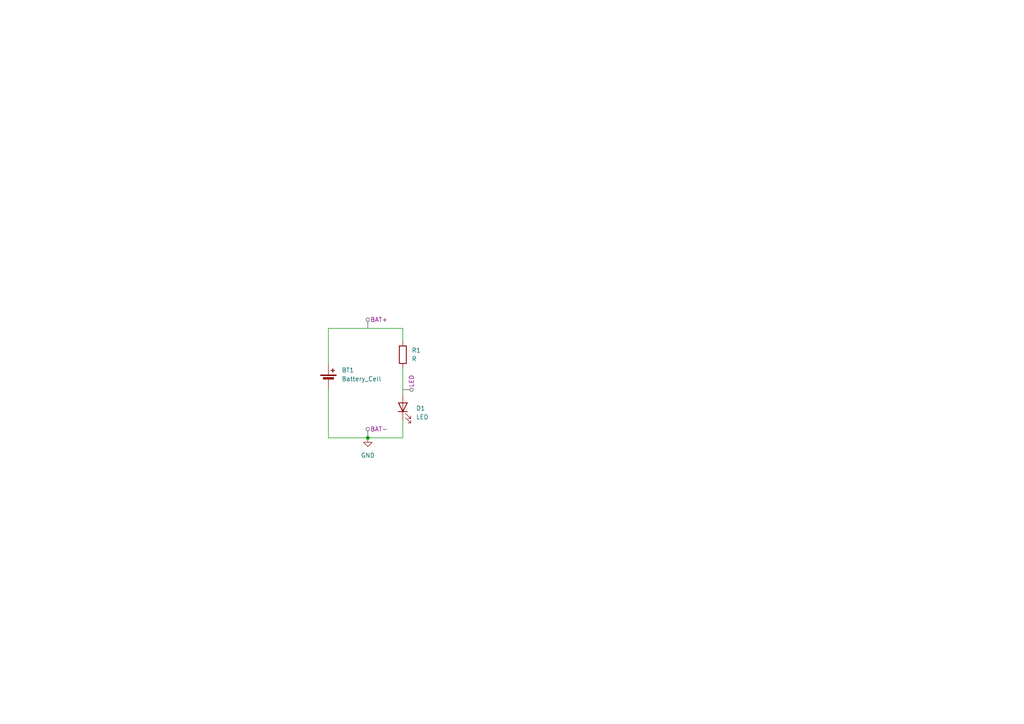
<source format=kicad_sch>
(kicad_sch (version 20250114) (generator "eeschema") (generator_version "9.0")
  (paper "A4")
  (lib_symbols
    (symbol "Device:Battery_Cell" (pin_numbers (hide yes)) (pin_names (offset 0) (hide yes))
      (property "Reference" "BT" (at 2.54 2.54 0))
      (property "Value" "Battery_Cell" (at 2.54 0 0))
      (symbol "Battery_Cell_0_1"
        (rectangle (start -2.286 1.778) (end 2.286 1.524) (fill (type outline)))
        (rectangle (start -1.524 1.016) (end 1.524 0.508) (fill (type outline)))
        (polyline (pts (xy 0 1.778) (xy 0 2.54)))
        (polyline (pts (xy 0 0.762) (xy 0 0)))
        (polyline (pts (xy 0.762 3.048) (xy 1.778 3.048)) (stroke (width 0.254)))
        (polyline (pts (xy 1.27 3.556) (xy 1.27 2.54)) (stroke (width 0.254)))
      )
      (symbol "Battery_Cell_1_1"
        (pin passive line (at 0 5.08 270) (length 2.54) (name "+") (number "1"))
        (pin passive line (at 0 -2.54 90) (length 2.54) (name "-") (number "2"))
      )
    )
    (symbol "Device:LED" (pin_numbers (hide yes)) (pin_names (offset 1.016) (hide yes))
      (property "Reference" "D" (at 0 2.54 0))
      (property "Value" "LED" (at 0 -2.54 0))
      (symbol "LED_0_1"
        (polyline (pts (xy -3.048 -0.762) (xy -4.572 -2.286) (xy -3.81 -2.286) (xy -4.572 -2.286) (xy -4.572 -1.524)))
        (polyline (pts (xy -1.778 -0.762) (xy -3.302 -2.286) (xy -2.54 -2.286) (xy -3.302 -2.286) (xy -3.302 -1.524)))
        (polyline (pts (xy -1.27 0) (xy 1.27 0)))
        (polyline (pts (xy -1.27 -1.27) (xy -1.27 1.27)) (stroke (width 0.254)))
        (polyline (pts (xy 1.27 -1.27) (xy 1.27 1.27) (xy -1.27 0) (xy 1.27 -1.27)) (stroke (width 0.254)))
      )
      (symbol "LED_1_1"
        (pin passive line (at -3.81 0 0) (length 2.54) (name "K") (number "1"))
        (pin passive line (at 3.81 0 180) (length 2.54) (name "A") (number "2"))
      )
    )
    (symbol "Device:R" (pin_numbers (hide yes)) (pin_names (offset 0))
      (property "Reference" "R" (at 2.032 0 90))
      (property "Value" "R" (at 0 0 90))
      (symbol "R_0_1"
        (rectangle (start -1.016 -2.54) (end 1.016 2.54) (stroke (width 0.254)))
      )
      (symbol "R_1_1"
        (pin passive line (at 0 3.81 270) (length 1.27) (name "~") (number "1"))
        (pin passive line (at 0 -3.81 90) (length 1.27) (name "~") (number "2"))
      )
    )
    (symbol "power:GND" (power) (pin_numbers (hide yes)) (pin_names (offset 0) (hide yes))
      (property "Value" "GND" (at 0 -3.81 0))
      (symbol "GND_0_1"
        (polyline (pts (xy 0 0) (xy 0 -1.27) (xy 1.27 -1.27) (xy 0 -2.54) (xy -1.27 -1.27) (xy 0 -1.27)))
      )
      (symbol "GND_1_1"
        (pin power_in line (at 0 0 270) (length 0) (name "~") (number "1"))
      )
    )
  )
  (junction (at 106.68 127))
  (wire (pts (xy 106.68 127) (xy 95.25 127)))
  (wire (pts (xy 95.25 105.41) (xy 95.25 95.25)))
  (wire (pts (xy 116.84 95.25) (xy 116.84 99.06)))
  (wire (pts (xy 95.25 95.25) (xy 116.84 95.25)))
  (wire (pts (xy 116.84 127) (xy 106.68 127)))
  (wire (pts (xy 116.84 106.68) (xy 116.84 114.3)))
  (wire (pts (xy 116.84 121.92) (xy 116.84 127)))
  (wire (pts (xy 95.25 113.03) (xy 95.25 127)))
  (netclass_flag "" (length 2.54) (shape round) (at 106.68 95.25 0) (property "Netclass" "BAT+" (at 107.3785 92.71 0) (effects (justify left))))
  (netclass_flag "" (length 2.54) (shape round) (at 106.68 127 0) (property "Netclass" "BAT-" (at 107.3785 124.46 0) (effects (justify left))))
  (netclass_flag "" (length 2.54) (shape round) (at 116.84 113.03 270) (property "Netclass" "LED" (at 119.38 112.3315 90) (effects (justify left))))
  (symbol (lib_id "Device:R") (at 116.84 102.87 0) (unit 1)
    (property "Reference" "R1" (at 119.38 101.5999 0) (effects (justify left)))
    (property "Value" "R" (at 119.38 104.1399 0) (effects (justify left)))
    (property "Footprint" "Resistor_THT:R_Axial_DIN0204_L3.6mm_D1.6mm_P7.62mm_Horizontal" (effects (hide yes)))
    (property "Description" "Resistor" (effects (hide yes)))
  )
  (symbol (lib_id "Device:Battery_Cell") (at 95.25 110.49 0) (unit 1)
    (property "Reference" "BT1" (at 99.06 107.3784 0) (effects (justify left)))
    (property "Value" "Battery_Cell" (at 99.06 109.9184 0) (effects (justify left)))
    (property "Footprint" "Battery:BatteryHolder_Bulgin_BX0034_1xAAA" (effects (hide yes)))
    (property "Description" "Single-cell battery" (effects (hide yes)))
  )
  (symbol (lib_id "power:GND") (at 106.68 127 0) (unit 1)
    (property "Reference" "#PWR01" (effects (hide yes)))
    (property "Value" "GND" (at 106.68 132.08 0))
    (property "Description" "Power symbol creates a global label with name \"GND\" , ground" (effects (hide yes)))
  )
  (symbol (lib_id "Device:LED") (at 116.84 118.11 90) (unit 1)
    (property "Reference" "D1" (at 120.65 118.4274 90) (effects (justify right)))
    (property "Value" "LED" (at 120.65 120.9674 90) (effects (justify right)))
    (property "Footprint" "LED_THT:LED_D1.8mm_W1.8mm_H2.4mm_Horizontal_O1.27mm_Z1.6mm" (effects (hide yes)))
    (property "Description" "Light emitting diode" (effects (hide yes)))
    (property "Sim.Pins" "1=K 2=A" (effects (hide yes)))
  )
)
</source>
